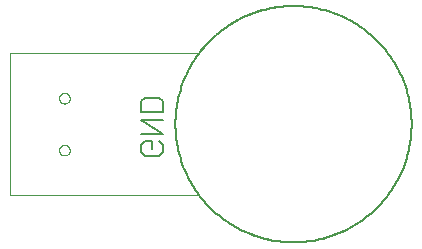
<source format=gbo>
G75*
%MOIN*%
%OFA0B0*%
%FSLAX25Y25*%
%IPPOS*%
%LPD*%
%AMOC8*
5,1,8,0,0,1.08239X$1,22.5*
%
%ADD10C,0.00000*%
%ADD11C,0.00500*%
%ADD12C,0.00600*%
D10*
X0006518Y0016998D02*
X0006518Y0064242D01*
X0069510Y0064242D01*
X0070098Y0065006D01*
X0070704Y0065756D01*
X0071329Y0066490D01*
X0071971Y0067209D01*
X0072631Y0067912D01*
X0073308Y0068599D01*
X0074002Y0069269D01*
X0074711Y0069922D01*
X0075437Y0070557D01*
X0076177Y0071174D01*
X0076933Y0071773D01*
X0077703Y0072353D01*
X0078487Y0072914D01*
X0079285Y0073456D01*
X0080096Y0073978D01*
X0080919Y0074480D01*
X0081754Y0074962D01*
X0082601Y0075423D01*
X0083458Y0075863D01*
X0084327Y0076282D01*
X0085205Y0076680D01*
X0086093Y0077056D01*
X0086990Y0077410D01*
X0087895Y0077743D01*
X0088808Y0078053D01*
X0089728Y0078340D01*
X0090655Y0078605D01*
X0091589Y0078847D01*
X0092528Y0079066D01*
X0093472Y0079262D01*
X0094420Y0079435D01*
X0095373Y0079585D01*
X0096329Y0079711D01*
X0097287Y0079814D01*
X0098248Y0079893D01*
X0099211Y0079949D01*
X0100174Y0079981D01*
X0101139Y0079990D01*
X0102103Y0079975D01*
X0103066Y0079936D01*
X0104028Y0079874D01*
X0104989Y0079788D01*
X0105947Y0079679D01*
X0106902Y0079546D01*
X0107853Y0079390D01*
X0108800Y0079211D01*
X0109743Y0079008D01*
X0110681Y0078783D01*
X0111612Y0078534D01*
X0112538Y0078263D01*
X0113456Y0077970D01*
X0114367Y0077654D01*
X0115270Y0077315D01*
X0116164Y0076955D01*
X0117049Y0076573D01*
X0117925Y0076169D01*
X0118790Y0075744D01*
X0119645Y0075298D01*
X0120489Y0074831D01*
X0121321Y0074344D01*
X0122141Y0073836D01*
X0122948Y0073309D01*
X0123742Y0072762D01*
X0124522Y0072195D01*
X0125288Y0071610D01*
X0126040Y0071006D01*
X0126776Y0070384D01*
X0127497Y0069744D01*
X0128203Y0069086D01*
X0128892Y0068412D01*
X0129564Y0067721D01*
X0130219Y0067013D01*
X0130857Y0066290D01*
X0131476Y0065551D01*
X0132078Y0064798D01*
X0132660Y0064029D01*
X0133224Y0063247D01*
X0133769Y0062451D01*
X0134293Y0061643D01*
X0134798Y0060821D01*
X0135283Y0059988D01*
X0135747Y0059142D01*
X0136190Y0058286D01*
X0136612Y0057419D01*
X0137013Y0056542D01*
X0137392Y0055656D01*
X0137749Y0054760D01*
X0138084Y0053856D01*
X0138397Y0052944D01*
X0138688Y0052025D01*
X0138956Y0051099D01*
X0139201Y0050166D01*
X0139423Y0049228D01*
X0139623Y0048284D01*
X0139799Y0047336D01*
X0139952Y0046384D01*
X0140081Y0045429D01*
X0140187Y0044471D01*
X0140270Y0043510D01*
X0140329Y0042548D01*
X0140364Y0041584D01*
X0140376Y0040620D01*
X0140364Y0039656D01*
X0140329Y0038692D01*
X0140270Y0037730D01*
X0140187Y0036769D01*
X0140081Y0035811D01*
X0139952Y0034856D01*
X0139799Y0033904D01*
X0139623Y0032956D01*
X0139423Y0032012D01*
X0139201Y0031074D01*
X0138956Y0030141D01*
X0138688Y0029215D01*
X0138397Y0028296D01*
X0138084Y0027384D01*
X0137749Y0026480D01*
X0137392Y0025584D01*
X0137013Y0024698D01*
X0136612Y0023821D01*
X0136190Y0022954D01*
X0135747Y0022098D01*
X0135283Y0021252D01*
X0134798Y0020419D01*
X0134293Y0019597D01*
X0133769Y0018789D01*
X0133224Y0017993D01*
X0132660Y0017211D01*
X0132078Y0016442D01*
X0131476Y0015689D01*
X0130857Y0014950D01*
X0130219Y0014227D01*
X0129564Y0013519D01*
X0128892Y0012828D01*
X0128203Y0012154D01*
X0127497Y0011496D01*
X0126776Y0010856D01*
X0126040Y0010234D01*
X0125288Y0009630D01*
X0124522Y0009045D01*
X0123742Y0008478D01*
X0122948Y0007931D01*
X0122141Y0007404D01*
X0121321Y0006896D01*
X0120489Y0006409D01*
X0119645Y0005942D01*
X0118790Y0005496D01*
X0117925Y0005071D01*
X0117049Y0004667D01*
X0116164Y0004285D01*
X0115270Y0003925D01*
X0114367Y0003586D01*
X0113456Y0003270D01*
X0112538Y0002977D01*
X0111612Y0002706D01*
X0110681Y0002457D01*
X0109743Y0002232D01*
X0108800Y0002029D01*
X0107853Y0001850D01*
X0106902Y0001694D01*
X0105947Y0001561D01*
X0104989Y0001452D01*
X0104028Y0001366D01*
X0103066Y0001304D01*
X0102103Y0001265D01*
X0101139Y0001250D01*
X0100174Y0001259D01*
X0099211Y0001291D01*
X0098248Y0001347D01*
X0097287Y0001426D01*
X0096329Y0001529D01*
X0095373Y0001655D01*
X0094420Y0001805D01*
X0093472Y0001978D01*
X0092528Y0002174D01*
X0091589Y0002393D01*
X0090655Y0002635D01*
X0089728Y0002900D01*
X0088808Y0003187D01*
X0087895Y0003497D01*
X0086990Y0003830D01*
X0086093Y0004184D01*
X0085205Y0004560D01*
X0084327Y0004958D01*
X0083458Y0005377D01*
X0082601Y0005817D01*
X0081754Y0006278D01*
X0080919Y0006760D01*
X0080096Y0007262D01*
X0079285Y0007784D01*
X0078487Y0008326D01*
X0077703Y0008887D01*
X0076933Y0009467D01*
X0076177Y0010066D01*
X0075437Y0010683D01*
X0074711Y0011318D01*
X0074002Y0011971D01*
X0073308Y0012641D01*
X0072631Y0013328D01*
X0071971Y0014031D01*
X0071329Y0014750D01*
X0070704Y0015484D01*
X0070098Y0016234D01*
X0069510Y0016998D01*
X0006518Y0016998D01*
X0022856Y0031959D02*
X0022858Y0032043D01*
X0022864Y0032126D01*
X0022874Y0032209D01*
X0022888Y0032292D01*
X0022905Y0032374D01*
X0022927Y0032455D01*
X0022952Y0032534D01*
X0022981Y0032613D01*
X0023014Y0032690D01*
X0023050Y0032765D01*
X0023090Y0032839D01*
X0023133Y0032911D01*
X0023180Y0032980D01*
X0023230Y0033047D01*
X0023283Y0033112D01*
X0023339Y0033174D01*
X0023397Y0033234D01*
X0023459Y0033291D01*
X0023523Y0033344D01*
X0023590Y0033395D01*
X0023659Y0033442D01*
X0023730Y0033487D01*
X0023803Y0033527D01*
X0023878Y0033564D01*
X0023955Y0033598D01*
X0024033Y0033628D01*
X0024112Y0033654D01*
X0024193Y0033677D01*
X0024275Y0033695D01*
X0024357Y0033710D01*
X0024440Y0033721D01*
X0024523Y0033728D01*
X0024607Y0033731D01*
X0024691Y0033730D01*
X0024774Y0033725D01*
X0024858Y0033716D01*
X0024940Y0033703D01*
X0025022Y0033687D01*
X0025103Y0033666D01*
X0025184Y0033642D01*
X0025262Y0033614D01*
X0025340Y0033582D01*
X0025416Y0033546D01*
X0025490Y0033507D01*
X0025562Y0033465D01*
X0025632Y0033419D01*
X0025700Y0033370D01*
X0025765Y0033318D01*
X0025828Y0033263D01*
X0025888Y0033205D01*
X0025946Y0033144D01*
X0026000Y0033080D01*
X0026052Y0033014D01*
X0026100Y0032946D01*
X0026145Y0032875D01*
X0026186Y0032802D01*
X0026225Y0032728D01*
X0026259Y0032652D01*
X0026290Y0032574D01*
X0026317Y0032495D01*
X0026341Y0032414D01*
X0026360Y0032333D01*
X0026376Y0032251D01*
X0026388Y0032168D01*
X0026396Y0032084D01*
X0026400Y0032001D01*
X0026400Y0031917D01*
X0026396Y0031834D01*
X0026388Y0031750D01*
X0026376Y0031667D01*
X0026360Y0031585D01*
X0026341Y0031504D01*
X0026317Y0031423D01*
X0026290Y0031344D01*
X0026259Y0031266D01*
X0026225Y0031190D01*
X0026186Y0031116D01*
X0026145Y0031043D01*
X0026100Y0030972D01*
X0026052Y0030904D01*
X0026000Y0030838D01*
X0025946Y0030774D01*
X0025888Y0030713D01*
X0025828Y0030655D01*
X0025765Y0030600D01*
X0025700Y0030548D01*
X0025632Y0030499D01*
X0025562Y0030453D01*
X0025490Y0030411D01*
X0025416Y0030372D01*
X0025340Y0030336D01*
X0025262Y0030304D01*
X0025184Y0030276D01*
X0025103Y0030252D01*
X0025022Y0030231D01*
X0024940Y0030215D01*
X0024858Y0030202D01*
X0024774Y0030193D01*
X0024691Y0030188D01*
X0024607Y0030187D01*
X0024523Y0030190D01*
X0024440Y0030197D01*
X0024357Y0030208D01*
X0024275Y0030223D01*
X0024193Y0030241D01*
X0024112Y0030264D01*
X0024033Y0030290D01*
X0023955Y0030320D01*
X0023878Y0030354D01*
X0023803Y0030391D01*
X0023730Y0030431D01*
X0023659Y0030476D01*
X0023590Y0030523D01*
X0023523Y0030574D01*
X0023459Y0030627D01*
X0023397Y0030684D01*
X0023339Y0030744D01*
X0023283Y0030806D01*
X0023230Y0030871D01*
X0023180Y0030938D01*
X0023133Y0031007D01*
X0023090Y0031079D01*
X0023050Y0031153D01*
X0023014Y0031228D01*
X0022981Y0031305D01*
X0022952Y0031384D01*
X0022927Y0031463D01*
X0022905Y0031544D01*
X0022888Y0031626D01*
X0022874Y0031709D01*
X0022864Y0031792D01*
X0022858Y0031875D01*
X0022856Y0031959D01*
X0022856Y0049281D02*
X0022858Y0049365D01*
X0022864Y0049448D01*
X0022874Y0049531D01*
X0022888Y0049614D01*
X0022905Y0049696D01*
X0022927Y0049777D01*
X0022952Y0049856D01*
X0022981Y0049935D01*
X0023014Y0050012D01*
X0023050Y0050087D01*
X0023090Y0050161D01*
X0023133Y0050233D01*
X0023180Y0050302D01*
X0023230Y0050369D01*
X0023283Y0050434D01*
X0023339Y0050496D01*
X0023397Y0050556D01*
X0023459Y0050613D01*
X0023523Y0050666D01*
X0023590Y0050717D01*
X0023659Y0050764D01*
X0023730Y0050809D01*
X0023803Y0050849D01*
X0023878Y0050886D01*
X0023955Y0050920D01*
X0024033Y0050950D01*
X0024112Y0050976D01*
X0024193Y0050999D01*
X0024275Y0051017D01*
X0024357Y0051032D01*
X0024440Y0051043D01*
X0024523Y0051050D01*
X0024607Y0051053D01*
X0024691Y0051052D01*
X0024774Y0051047D01*
X0024858Y0051038D01*
X0024940Y0051025D01*
X0025022Y0051009D01*
X0025103Y0050988D01*
X0025184Y0050964D01*
X0025262Y0050936D01*
X0025340Y0050904D01*
X0025416Y0050868D01*
X0025490Y0050829D01*
X0025562Y0050787D01*
X0025632Y0050741D01*
X0025700Y0050692D01*
X0025765Y0050640D01*
X0025828Y0050585D01*
X0025888Y0050527D01*
X0025946Y0050466D01*
X0026000Y0050402D01*
X0026052Y0050336D01*
X0026100Y0050268D01*
X0026145Y0050197D01*
X0026186Y0050124D01*
X0026225Y0050050D01*
X0026259Y0049974D01*
X0026290Y0049896D01*
X0026317Y0049817D01*
X0026341Y0049736D01*
X0026360Y0049655D01*
X0026376Y0049573D01*
X0026388Y0049490D01*
X0026396Y0049406D01*
X0026400Y0049323D01*
X0026400Y0049239D01*
X0026396Y0049156D01*
X0026388Y0049072D01*
X0026376Y0048989D01*
X0026360Y0048907D01*
X0026341Y0048826D01*
X0026317Y0048745D01*
X0026290Y0048666D01*
X0026259Y0048588D01*
X0026225Y0048512D01*
X0026186Y0048438D01*
X0026145Y0048365D01*
X0026100Y0048294D01*
X0026052Y0048226D01*
X0026000Y0048160D01*
X0025946Y0048096D01*
X0025888Y0048035D01*
X0025828Y0047977D01*
X0025765Y0047922D01*
X0025700Y0047870D01*
X0025632Y0047821D01*
X0025562Y0047775D01*
X0025490Y0047733D01*
X0025416Y0047694D01*
X0025340Y0047658D01*
X0025262Y0047626D01*
X0025184Y0047598D01*
X0025103Y0047574D01*
X0025022Y0047553D01*
X0024940Y0047537D01*
X0024858Y0047524D01*
X0024774Y0047515D01*
X0024691Y0047510D01*
X0024607Y0047509D01*
X0024523Y0047512D01*
X0024440Y0047519D01*
X0024357Y0047530D01*
X0024275Y0047545D01*
X0024193Y0047563D01*
X0024112Y0047586D01*
X0024033Y0047612D01*
X0023955Y0047642D01*
X0023878Y0047676D01*
X0023803Y0047713D01*
X0023730Y0047753D01*
X0023659Y0047798D01*
X0023590Y0047845D01*
X0023523Y0047896D01*
X0023459Y0047949D01*
X0023397Y0048006D01*
X0023339Y0048066D01*
X0023283Y0048128D01*
X0023230Y0048193D01*
X0023180Y0048260D01*
X0023133Y0048329D01*
X0023090Y0048401D01*
X0023050Y0048475D01*
X0023014Y0048550D01*
X0022981Y0048627D01*
X0022952Y0048706D01*
X0022927Y0048785D01*
X0022905Y0048866D01*
X0022888Y0048948D01*
X0022874Y0049031D01*
X0022864Y0049114D01*
X0022858Y0049197D01*
X0022856Y0049281D01*
D11*
X0061636Y0040620D02*
X0061648Y0041586D01*
X0061683Y0042552D01*
X0061743Y0043516D01*
X0061826Y0044479D01*
X0061932Y0045439D01*
X0062062Y0046397D01*
X0062216Y0047351D01*
X0062392Y0048301D01*
X0062593Y0049246D01*
X0062816Y0050186D01*
X0063062Y0051120D01*
X0063331Y0052049D01*
X0063623Y0052970D01*
X0063937Y0053883D01*
X0064274Y0054789D01*
X0064633Y0055686D01*
X0065014Y0056574D01*
X0065416Y0057453D01*
X0065840Y0058321D01*
X0066285Y0059179D01*
X0066751Y0060025D01*
X0067237Y0060860D01*
X0067744Y0061683D01*
X0068271Y0062493D01*
X0068818Y0063290D01*
X0069384Y0064073D01*
X0069969Y0064842D01*
X0070573Y0065596D01*
X0071195Y0066335D01*
X0071835Y0067059D01*
X0072492Y0067767D01*
X0073167Y0068459D01*
X0073859Y0069134D01*
X0074567Y0069791D01*
X0075291Y0070431D01*
X0076030Y0071053D01*
X0076784Y0071657D01*
X0077553Y0072242D01*
X0078336Y0072808D01*
X0079133Y0073355D01*
X0079943Y0073882D01*
X0080766Y0074389D01*
X0081601Y0074875D01*
X0082447Y0075341D01*
X0083305Y0075786D01*
X0084173Y0076210D01*
X0085052Y0076612D01*
X0085940Y0076993D01*
X0086837Y0077352D01*
X0087743Y0077689D01*
X0088656Y0078003D01*
X0089577Y0078295D01*
X0090506Y0078564D01*
X0091440Y0078810D01*
X0092380Y0079033D01*
X0093325Y0079234D01*
X0094275Y0079410D01*
X0095229Y0079564D01*
X0096187Y0079694D01*
X0097147Y0079800D01*
X0098110Y0079883D01*
X0099074Y0079943D01*
X0100040Y0079978D01*
X0101006Y0079990D01*
X0101972Y0079978D01*
X0102938Y0079943D01*
X0103902Y0079883D01*
X0104865Y0079800D01*
X0105825Y0079694D01*
X0106783Y0079564D01*
X0107737Y0079410D01*
X0108687Y0079234D01*
X0109632Y0079033D01*
X0110572Y0078810D01*
X0111506Y0078564D01*
X0112435Y0078295D01*
X0113356Y0078003D01*
X0114269Y0077689D01*
X0115175Y0077352D01*
X0116072Y0076993D01*
X0116960Y0076612D01*
X0117839Y0076210D01*
X0118707Y0075786D01*
X0119565Y0075341D01*
X0120411Y0074875D01*
X0121246Y0074389D01*
X0122069Y0073882D01*
X0122879Y0073355D01*
X0123676Y0072808D01*
X0124459Y0072242D01*
X0125228Y0071657D01*
X0125982Y0071053D01*
X0126721Y0070431D01*
X0127445Y0069791D01*
X0128153Y0069134D01*
X0128845Y0068459D01*
X0129520Y0067767D01*
X0130177Y0067059D01*
X0130817Y0066335D01*
X0131439Y0065596D01*
X0132043Y0064842D01*
X0132628Y0064073D01*
X0133194Y0063290D01*
X0133741Y0062493D01*
X0134268Y0061683D01*
X0134775Y0060860D01*
X0135261Y0060025D01*
X0135727Y0059179D01*
X0136172Y0058321D01*
X0136596Y0057453D01*
X0136998Y0056574D01*
X0137379Y0055686D01*
X0137738Y0054789D01*
X0138075Y0053883D01*
X0138389Y0052970D01*
X0138681Y0052049D01*
X0138950Y0051120D01*
X0139196Y0050186D01*
X0139419Y0049246D01*
X0139620Y0048301D01*
X0139796Y0047351D01*
X0139950Y0046397D01*
X0140080Y0045439D01*
X0140186Y0044479D01*
X0140269Y0043516D01*
X0140329Y0042552D01*
X0140364Y0041586D01*
X0140376Y0040620D01*
X0140364Y0039654D01*
X0140329Y0038688D01*
X0140269Y0037724D01*
X0140186Y0036761D01*
X0140080Y0035801D01*
X0139950Y0034843D01*
X0139796Y0033889D01*
X0139620Y0032939D01*
X0139419Y0031994D01*
X0139196Y0031054D01*
X0138950Y0030120D01*
X0138681Y0029191D01*
X0138389Y0028270D01*
X0138075Y0027357D01*
X0137738Y0026451D01*
X0137379Y0025554D01*
X0136998Y0024666D01*
X0136596Y0023787D01*
X0136172Y0022919D01*
X0135727Y0022061D01*
X0135261Y0021215D01*
X0134775Y0020380D01*
X0134268Y0019557D01*
X0133741Y0018747D01*
X0133194Y0017950D01*
X0132628Y0017167D01*
X0132043Y0016398D01*
X0131439Y0015644D01*
X0130817Y0014905D01*
X0130177Y0014181D01*
X0129520Y0013473D01*
X0128845Y0012781D01*
X0128153Y0012106D01*
X0127445Y0011449D01*
X0126721Y0010809D01*
X0125982Y0010187D01*
X0125228Y0009583D01*
X0124459Y0008998D01*
X0123676Y0008432D01*
X0122879Y0007885D01*
X0122069Y0007358D01*
X0121246Y0006851D01*
X0120411Y0006365D01*
X0119565Y0005899D01*
X0118707Y0005454D01*
X0117839Y0005030D01*
X0116960Y0004628D01*
X0116072Y0004247D01*
X0115175Y0003888D01*
X0114269Y0003551D01*
X0113356Y0003237D01*
X0112435Y0002945D01*
X0111506Y0002676D01*
X0110572Y0002430D01*
X0109632Y0002207D01*
X0108687Y0002006D01*
X0107737Y0001830D01*
X0106783Y0001676D01*
X0105825Y0001546D01*
X0104865Y0001440D01*
X0103902Y0001357D01*
X0102938Y0001297D01*
X0101972Y0001262D01*
X0101006Y0001250D01*
X0100040Y0001262D01*
X0099074Y0001297D01*
X0098110Y0001357D01*
X0097147Y0001440D01*
X0096187Y0001546D01*
X0095229Y0001676D01*
X0094275Y0001830D01*
X0093325Y0002006D01*
X0092380Y0002207D01*
X0091440Y0002430D01*
X0090506Y0002676D01*
X0089577Y0002945D01*
X0088656Y0003237D01*
X0087743Y0003551D01*
X0086837Y0003888D01*
X0085940Y0004247D01*
X0085052Y0004628D01*
X0084173Y0005030D01*
X0083305Y0005454D01*
X0082447Y0005899D01*
X0081601Y0006365D01*
X0080766Y0006851D01*
X0079943Y0007358D01*
X0079133Y0007885D01*
X0078336Y0008432D01*
X0077553Y0008998D01*
X0076784Y0009583D01*
X0076030Y0010187D01*
X0075291Y0010809D01*
X0074567Y0011449D01*
X0073859Y0012106D01*
X0073167Y0012781D01*
X0072492Y0013473D01*
X0071835Y0014181D01*
X0071195Y0014905D01*
X0070573Y0015644D01*
X0069969Y0016398D01*
X0069384Y0017167D01*
X0068818Y0017950D01*
X0068271Y0018747D01*
X0067744Y0019557D01*
X0067237Y0020380D01*
X0066751Y0021215D01*
X0066285Y0022061D01*
X0065840Y0022919D01*
X0065416Y0023787D01*
X0065014Y0024666D01*
X0064633Y0025554D01*
X0064274Y0026451D01*
X0063937Y0027357D01*
X0063623Y0028270D01*
X0063331Y0029191D01*
X0063062Y0030120D01*
X0062816Y0031054D01*
X0062593Y0031994D01*
X0062392Y0032939D01*
X0062216Y0033889D01*
X0062062Y0034843D01*
X0061932Y0035801D01*
X0061826Y0036761D01*
X0061743Y0037724D01*
X0061683Y0038688D01*
X0061648Y0039654D01*
X0061636Y0040620D01*
D12*
X0057405Y0042148D02*
X0050125Y0042148D01*
X0057405Y0037295D01*
X0050125Y0037295D01*
X0051339Y0034898D02*
X0053765Y0034898D01*
X0053765Y0032471D01*
X0051339Y0030045D02*
X0050125Y0031258D01*
X0050125Y0033685D01*
X0051339Y0034898D01*
X0056192Y0034898D02*
X0057405Y0033685D01*
X0057405Y0031258D01*
X0056192Y0030045D01*
X0051339Y0030045D01*
X0050125Y0044545D02*
X0050125Y0048185D01*
X0051339Y0049399D01*
X0056192Y0049399D01*
X0057405Y0048185D01*
X0057405Y0044545D01*
X0050125Y0044545D01*
M02*

</source>
